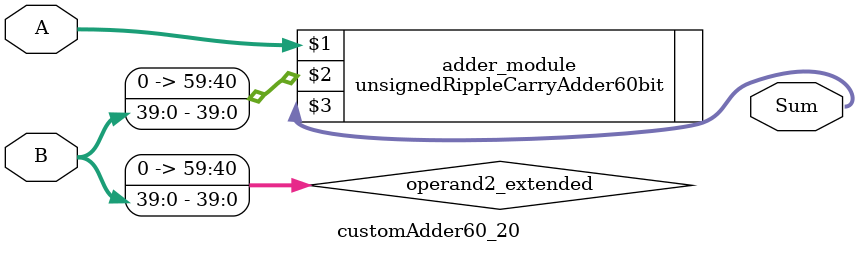
<source format=v>
module customAdder60_20(
                        input [59 : 0] A,
                        input [39 : 0] B,
                        
                        output [60 : 0] Sum
                );

        wire [59 : 0] operand2_extended;
        
        assign operand2_extended =  {20'b0, B};
        
        unsignedRippleCarryAdder60bit adder_module(
            A,
            operand2_extended,
            Sum
        );
        
        endmodule
        
</source>
